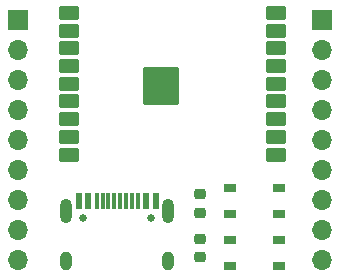
<source format=gbs>
G04 #@! TF.GenerationSoftware,KiCad,Pcbnew,7.0.7*
G04 #@! TF.CreationDate,2024-04-02T13:03:35-04:00*
G04 #@! TF.ProjectId,sensor_node,73656e73-6f72-45f6-9e6f-64652e6b6963,rev?*
G04 #@! TF.SameCoordinates,Original*
G04 #@! TF.FileFunction,Soldermask,Bot*
G04 #@! TF.FilePolarity,Negative*
%FSLAX46Y46*%
G04 Gerber Fmt 4.6, Leading zero omitted, Abs format (unit mm)*
G04 Created by KiCad (PCBNEW 7.0.7) date 2024-04-02 13:03:35*
%MOMM*%
%LPD*%
G01*
G04 APERTURE LIST*
G04 Aperture macros list*
%AMRoundRect*
0 Rectangle with rounded corners*
0 $1 Rounding radius*
0 $2 $3 $4 $5 $6 $7 $8 $9 X,Y pos of 4 corners*
0 Add a 4 corners polygon primitive as box body*
4,1,4,$2,$3,$4,$5,$6,$7,$8,$9,$2,$3,0*
0 Add four circle primitives for the rounded corners*
1,1,$1+$1,$2,$3*
1,1,$1+$1,$4,$5*
1,1,$1+$1,$6,$7*
1,1,$1+$1,$8,$9*
0 Add four rect primitives between the rounded corners*
20,1,$1+$1,$2,$3,$4,$5,0*
20,1,$1+$1,$4,$5,$6,$7,0*
20,1,$1+$1,$6,$7,$8,$9,0*
20,1,$1+$1,$8,$9,$2,$3,0*%
G04 Aperture macros list end*
%ADD10R,1.700000X1.700000*%
%ADD11O,1.700000X1.700000*%
%ADD12RoundRect,0.218750X-0.256250X0.218750X-0.256250X-0.218750X0.256250X-0.218750X0.256250X0.218750X0*%
%ADD13C,0.650000*%
%ADD14R,0.600000X1.450000*%
%ADD15R,0.300000X1.450000*%
%ADD16O,1.000000X1.600000*%
%ADD17O,1.000000X2.100000*%
%ADD18R,1.050000X0.650000*%
%ADD19RoundRect,0.102000X0.750000X0.450000X-0.750000X0.450000X-0.750000X-0.450000X0.750000X-0.450000X0*%
%ADD20RoundRect,0.102000X1.445000X1.475000X-1.445000X1.475000X-1.445000X-1.475000X1.445000X-1.475000X0*%
%ADD21RoundRect,0.218750X0.256250X-0.218750X0.256250X0.218750X-0.256250X0.218750X-0.256250X-0.218750X0*%
G04 APERTURE END LIST*
D10*
X166200000Y-60390000D03*
D11*
X166200000Y-62930000D03*
X166200000Y-65470000D03*
X166200000Y-68010000D03*
X166200000Y-70550000D03*
X166200000Y-73090000D03*
X166200000Y-75630000D03*
X166200000Y-78170000D03*
X166200000Y-80710000D03*
D10*
X140500000Y-60350000D03*
D11*
X140500000Y-62890000D03*
X140500000Y-65430000D03*
X140500000Y-67970000D03*
X140500000Y-70510000D03*
X140500000Y-73050000D03*
X140500000Y-75590000D03*
X140500000Y-78130000D03*
X140500000Y-80670000D03*
D12*
X155900000Y-75087500D03*
X155900000Y-76662500D03*
D13*
X151790000Y-77100000D03*
X146010000Y-77100000D03*
D14*
X152150000Y-75655000D03*
X151350000Y-75655000D03*
D15*
X150150000Y-75655000D03*
X149150000Y-75655000D03*
X148650000Y-75655000D03*
X147650000Y-75655000D03*
D14*
X146450000Y-75655000D03*
X145650000Y-75655000D03*
X145650000Y-75655000D03*
X146450000Y-75655000D03*
D15*
X147150000Y-75655000D03*
X148150000Y-75655000D03*
X149650000Y-75655000D03*
X150650000Y-75655000D03*
D14*
X151350000Y-75655000D03*
X152150000Y-75655000D03*
D16*
X153220000Y-80750000D03*
D17*
X153220000Y-76570000D03*
D16*
X144580000Y-80750000D03*
D17*
X144580000Y-76570000D03*
D18*
X162575000Y-79000000D03*
X158425000Y-79000000D03*
X162575000Y-81150000D03*
X158425000Y-81150000D03*
D19*
X162310000Y-59750000D03*
X162310000Y-61250000D03*
X162310000Y-62750000D03*
X162310000Y-64250000D03*
X162310000Y-65750000D03*
X162310000Y-67250000D03*
X162310000Y-68750000D03*
X162310000Y-70250000D03*
X162310000Y-71750000D03*
X144810000Y-71750000D03*
X144810000Y-70250000D03*
X144810000Y-68750000D03*
X144810000Y-67250000D03*
X144810000Y-65750000D03*
X144810000Y-64250000D03*
X144810000Y-62750000D03*
X144810000Y-61250000D03*
X144810000Y-59750000D03*
D20*
X152605000Y-65975000D03*
D21*
X155900000Y-80462500D03*
X155900000Y-78887500D03*
D18*
X158425000Y-76775000D03*
X162575000Y-76775000D03*
X158425000Y-74625000D03*
X162575000Y-74625000D03*
M02*

</source>
